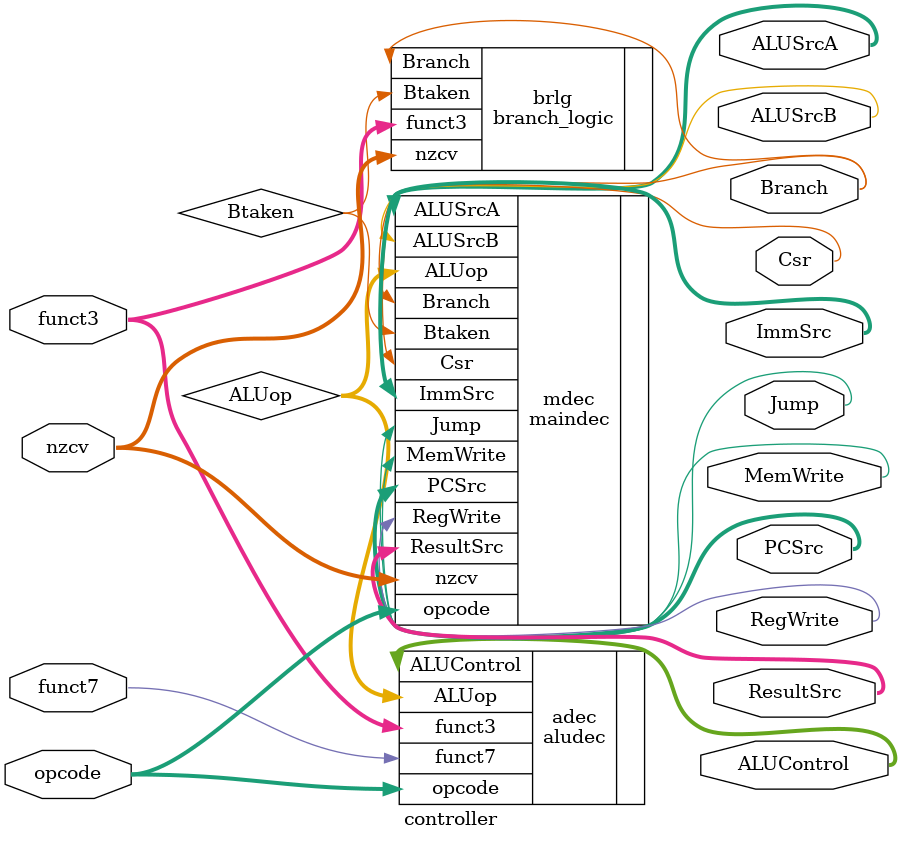
<source format=sv>
module controller(
    nzcv,
    opcode,
    funct3,
    funct7,
    PCSrc,
    ResultSrc,
    MemWrite,
    ALUSrcA, //@
    ALUSrcB,  //@
    ImmSrc,
    RegWrite,
    ALUControl,
    Jump,
    Branch,
    Csr
);
    // input
    input [3:0] nzcv;
    input [6:0] opcode;
    input [2:0] funct3;
    input funct7;
    // output
    output [1:0] PCSrc;
    output MemWrite, ALUSrcB, RegWrite, Jump, Branch; //@
    output [1:0] ResultSrc,  ALUSrcA; //@
    output [2:0] ImmSrc;  //@
    output [4:0] ALUControl;

    wire [1:0] ALUop;
    wire Btaken;
    output Csr;

    maindec mdec(
        .nzcv(nzcv),
        .Btaken(Btaken),
        .opcode(opcode),
        .PCSrc(PCSrc),
        .ResultSrc(ResultSrc),
        .MemWrite(MemWrite),
        .ALUSrcA(ALUSrcA),
        .ALUSrcB(ALUSrcB),
        .ImmSrc(ImmSrc),
        .RegWrite(RegWrite),
        .Jump(Jump),
        .ALUop(ALUop),
        .Branch(Branch),
        .Csr(Csr)
    );
    
    aludec adec(
        .opcode(opcode),
        .funct3(funct3),
        .funct7(funct7),
        .ALUop(ALUop),
        .ALUControl(ALUControl)
    );


    branch_logic brlg(
        .Branch(Branch),
        .funct3(funct3),
        .nzcv(nzcv),
        .Btaken(Btaken)
    );


endmodule

</source>
